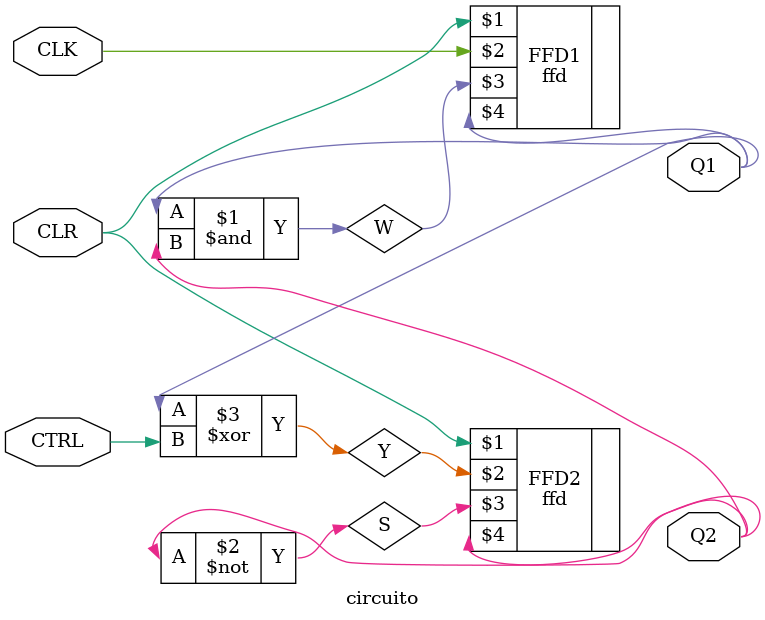
<source format=v>
module circuito(CLK, CLR, CTRL, Q1, Q2);
input CLK, CLR, CTRL;
output Q1, Q2;

wire W, Y, S;

ffd FFD1(CLR, CLK, W, Q1);
ffd FFD2(CLR, Y, S, Q2);

assign W = Q1 & Q2;
assign S = ~Q2;
assign Y = Q1 ^ CTRL;

endmodule

</source>
